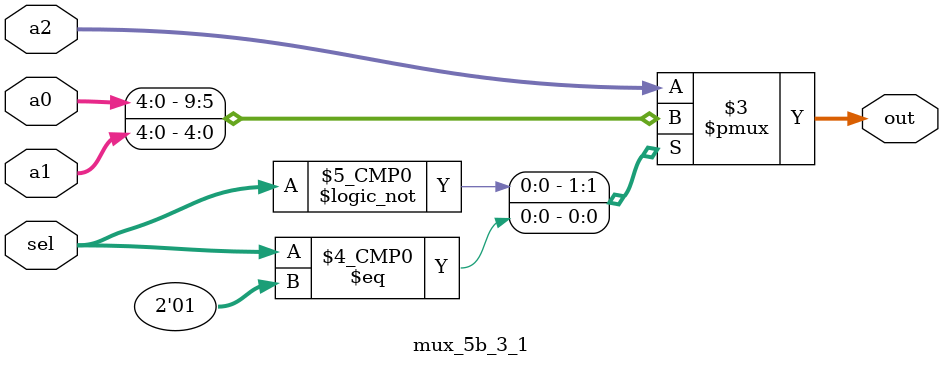
<source format=v>
module mux_5b_3_1 (
    input [4:0] a0, 
    input [4:0] a1, 
    input [4:0] a2, 
    input [1:0] sel, 
    output [4:0] out
);
    /*
      Input and output ports :
      a0 - first input (selected when sel = 0)
      a1 - second input (selected when sel = 1)
      sel - the select line
      out - the output depending on the select line
    */ 

    always @(*) begin
        case (sel)
            2'b00 : out = a0;
            2'b01 : out = a1;
            2'b01 : out = a2;
            default : out = a2;
        endcase
    end
    
endmodule

</source>
